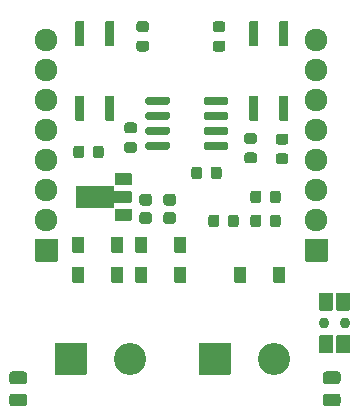
<source format=gts>
G04 #@! TF.GenerationSoftware,KiCad,Pcbnew,(5.1.9)-1*
G04 #@! TF.CreationDate,2021-07-08T21:32:50+02:00*
G04 #@! TF.ProjectId,OpenThermMonitorTwomes,4f70656e-5468-4657-926d-4d6f6e69746f,rev?*
G04 #@! TF.SameCoordinates,Original*
G04 #@! TF.FileFunction,Soldermask,Top*
G04 #@! TF.FilePolarity,Negative*
%FSLAX46Y46*%
G04 Gerber Fmt 4.6, Leading zero omitted, Abs format (unit mm)*
G04 Created by KiCad (PCBNEW (5.1.9)-1) date 2021-07-08 21:32:50*
%MOMM*%
%LPD*%
G01*
G04 APERTURE LIST*
%ADD10C,0.920000*%
%ADD11C,2.720000*%
%ADD12O,1.920000X1.920000*%
%ADD13C,0.100000*%
G04 APERTURE END LIST*
G36*
G01*
X151697000Y-108688000D02*
X150647000Y-108688000D01*
G75*
G02*
X150587000Y-108628000I0J60000D01*
G01*
X150587000Y-107228000D01*
G75*
G02*
X150647000Y-107168000I60000J0D01*
G01*
X151697000Y-107168000D01*
G75*
G02*
X151757000Y-107228000I0J-60000D01*
G01*
X151757000Y-108628000D01*
G75*
G02*
X151697000Y-108688000I-60000J0D01*
G01*
G37*
G36*
G01*
X151697000Y-112288000D02*
X150647000Y-112288000D01*
G75*
G02*
X150587000Y-112228000I0J60000D01*
G01*
X150587000Y-110828000D01*
G75*
G02*
X150647000Y-110768000I60000J0D01*
G01*
X151697000Y-110768000D01*
G75*
G02*
X151757000Y-110828000I0J-60000D01*
G01*
X151757000Y-112228000D01*
G75*
G02*
X151697000Y-112288000I-60000J0D01*
G01*
G37*
G36*
G01*
X153137000Y-108688000D02*
X152087000Y-108688000D01*
G75*
G02*
X152027000Y-108628000I0J60000D01*
G01*
X152027000Y-107228000D01*
G75*
G02*
X152087000Y-107168000I60000J0D01*
G01*
X153137000Y-107168000D01*
G75*
G02*
X153197000Y-107228000I0J-60000D01*
G01*
X153197000Y-108628000D01*
G75*
G02*
X153137000Y-108688000I-60000J0D01*
G01*
G37*
G36*
G01*
X153137000Y-112288000D02*
X152087000Y-112288000D01*
G75*
G02*
X152027000Y-112228000I0J60000D01*
G01*
X152027000Y-110828000D01*
G75*
G02*
X152087000Y-110768000I60000J0D01*
G01*
X153137000Y-110768000D01*
G75*
G02*
X153197000Y-110828000I0J-60000D01*
G01*
X153197000Y-112228000D01*
G75*
G02*
X153137000Y-112288000I-60000J0D01*
G01*
G37*
D10*
X150992000Y-109728000D03*
X152792000Y-109728000D03*
G36*
G01*
X140372000Y-114076000D02*
X140372000Y-111476000D01*
G75*
G02*
X140432000Y-111416000I60000J0D01*
G01*
X143032000Y-111416000D01*
G75*
G02*
X143092000Y-111476000I0J-60000D01*
G01*
X143092000Y-114076000D01*
G75*
G02*
X143032000Y-114136000I-60000J0D01*
G01*
X140432000Y-114136000D01*
G75*
G02*
X140372000Y-114076000I0J60000D01*
G01*
G37*
D11*
X146732000Y-112776000D03*
X134540000Y-112776000D03*
G36*
G01*
X128180000Y-114076000D02*
X128180000Y-111476000D01*
G75*
G02*
X128240000Y-111416000I60000J0D01*
G01*
X130840000Y-111416000D01*
G75*
G02*
X130900000Y-111476000I0J-60000D01*
G01*
X130900000Y-114076000D01*
G75*
G02*
X130840000Y-114136000I-60000J0D01*
G01*
X128240000Y-114136000D01*
G75*
G02*
X128180000Y-114076000I0J60000D01*
G01*
G37*
G36*
G01*
X138300000Y-103724000D02*
X138300000Y-102524000D01*
G75*
G02*
X138360000Y-102464000I60000J0D01*
G01*
X139260000Y-102464000D01*
G75*
G02*
X139320000Y-102524000I0J-60000D01*
G01*
X139320000Y-103724000D01*
G75*
G02*
X139260000Y-103784000I-60000J0D01*
G01*
X138360000Y-103784000D01*
G75*
G02*
X138300000Y-103724000I0J60000D01*
G01*
G37*
G36*
G01*
X135000000Y-103724000D02*
X135000000Y-102524000D01*
G75*
G02*
X135060000Y-102464000I60000J0D01*
G01*
X135960000Y-102464000D01*
G75*
G02*
X136020000Y-102524000I0J-60000D01*
G01*
X136020000Y-103724000D01*
G75*
G02*
X135960000Y-103784000I-60000J0D01*
G01*
X135060000Y-103784000D01*
G75*
G02*
X135000000Y-103724000I0J60000D01*
G01*
G37*
G36*
G01*
X132966000Y-103724000D02*
X132966000Y-102524000D01*
G75*
G02*
X133026000Y-102464000I60000J0D01*
G01*
X133926000Y-102464000D01*
G75*
G02*
X133986000Y-102524000I0J-60000D01*
G01*
X133986000Y-103724000D01*
G75*
G02*
X133926000Y-103784000I-60000J0D01*
G01*
X133026000Y-103784000D01*
G75*
G02*
X132966000Y-103724000I0J60000D01*
G01*
G37*
G36*
G01*
X129666000Y-103724000D02*
X129666000Y-102524000D01*
G75*
G02*
X129726000Y-102464000I60000J0D01*
G01*
X130626000Y-102464000D01*
G75*
G02*
X130686000Y-102524000I0J-60000D01*
G01*
X130686000Y-103724000D01*
G75*
G02*
X130626000Y-103784000I-60000J0D01*
G01*
X129726000Y-103784000D01*
G75*
G02*
X129666000Y-103724000I0J60000D01*
G01*
G37*
G36*
G01*
X146682000Y-106264000D02*
X146682000Y-105064000D01*
G75*
G02*
X146742000Y-105004000I60000J0D01*
G01*
X147642000Y-105004000D01*
G75*
G02*
X147702000Y-105064000I0J-60000D01*
G01*
X147702000Y-106264000D01*
G75*
G02*
X147642000Y-106324000I-60000J0D01*
G01*
X146742000Y-106324000D01*
G75*
G02*
X146682000Y-106264000I0J60000D01*
G01*
G37*
G36*
G01*
X143382000Y-106264000D02*
X143382000Y-105064000D01*
G75*
G02*
X143442000Y-105004000I60000J0D01*
G01*
X144342000Y-105004000D01*
G75*
G02*
X144402000Y-105064000I0J-60000D01*
G01*
X144402000Y-106264000D01*
G75*
G02*
X144342000Y-106324000I-60000J0D01*
G01*
X143442000Y-106324000D01*
G75*
G02*
X143382000Y-106264000I0J60000D01*
G01*
G37*
G36*
G01*
X138300000Y-106264000D02*
X138300000Y-105064000D01*
G75*
G02*
X138360000Y-105004000I60000J0D01*
G01*
X139260000Y-105004000D01*
G75*
G02*
X139320000Y-105064000I0J-60000D01*
G01*
X139320000Y-106264000D01*
G75*
G02*
X139260000Y-106324000I-60000J0D01*
G01*
X138360000Y-106324000D01*
G75*
G02*
X138300000Y-106264000I0J60000D01*
G01*
G37*
G36*
G01*
X135000000Y-106264000D02*
X135000000Y-105064000D01*
G75*
G02*
X135060000Y-105004000I60000J0D01*
G01*
X135960000Y-105004000D01*
G75*
G02*
X136020000Y-105064000I0J-60000D01*
G01*
X136020000Y-106264000D01*
G75*
G02*
X135960000Y-106324000I-60000J0D01*
G01*
X135060000Y-106324000D01*
G75*
G02*
X135000000Y-106264000I0J60000D01*
G01*
G37*
G36*
G01*
X132966000Y-106264000D02*
X132966000Y-105064000D01*
G75*
G02*
X133026000Y-105004000I60000J0D01*
G01*
X133926000Y-105004000D01*
G75*
G02*
X133986000Y-105064000I0J-60000D01*
G01*
X133986000Y-106264000D01*
G75*
G02*
X133926000Y-106324000I-60000J0D01*
G01*
X133026000Y-106324000D01*
G75*
G02*
X132966000Y-106264000I0J60000D01*
G01*
G37*
G36*
G01*
X129666000Y-106264000D02*
X129666000Y-105064000D01*
G75*
G02*
X129726000Y-105004000I60000J0D01*
G01*
X130626000Y-105004000D01*
G75*
G02*
X130686000Y-105064000I0J-60000D01*
G01*
X130686000Y-106264000D01*
G75*
G02*
X130626000Y-106324000I-60000J0D01*
G01*
X129726000Y-106324000D01*
G75*
G02*
X129666000Y-106264000I0J60000D01*
G01*
G37*
G36*
G01*
X128450000Y-102669000D02*
X128450000Y-104469000D01*
G75*
G02*
X128390000Y-104529000I-60000J0D01*
G01*
X126590000Y-104529000D01*
G75*
G02*
X126530000Y-104469000I0J60000D01*
G01*
X126530000Y-102669000D01*
G75*
G02*
X126590000Y-102609000I60000J0D01*
G01*
X128390000Y-102609000D01*
G75*
G02*
X128450000Y-102669000I0J-60000D01*
G01*
G37*
D12*
X127490000Y-101029000D03*
X127490000Y-98489000D03*
X127490000Y-95949000D03*
X127490000Y-93409000D03*
X127490000Y-90869000D03*
X127490000Y-88329000D03*
X127490000Y-85789000D03*
G36*
G01*
X147254000Y-84182000D02*
X147894000Y-84182000D01*
G75*
G02*
X147954000Y-84242000I0J-60000D01*
G01*
X147954000Y-86242000D01*
G75*
G02*
X147894000Y-86302000I-60000J0D01*
G01*
X147254000Y-86302000D01*
G75*
G02*
X147194000Y-86242000I0J60000D01*
G01*
X147194000Y-84242000D01*
G75*
G02*
X147254000Y-84182000I60000J0D01*
G01*
G37*
G36*
G01*
X144714000Y-84182000D02*
X145354000Y-84182000D01*
G75*
G02*
X145414000Y-84242000I0J-60000D01*
G01*
X145414000Y-86242000D01*
G75*
G02*
X145354000Y-86302000I-60000J0D01*
G01*
X144714000Y-86302000D01*
G75*
G02*
X144654000Y-86242000I0J60000D01*
G01*
X144654000Y-84242000D01*
G75*
G02*
X144714000Y-84182000I60000J0D01*
G01*
G37*
G36*
G01*
X144714000Y-90482000D02*
X145354000Y-90482000D01*
G75*
G02*
X145414000Y-90542000I0J-60000D01*
G01*
X145414000Y-92542000D01*
G75*
G02*
X145354000Y-92602000I-60000J0D01*
G01*
X144714000Y-92602000D01*
G75*
G02*
X144654000Y-92542000I0J60000D01*
G01*
X144654000Y-90542000D01*
G75*
G02*
X144714000Y-90482000I60000J0D01*
G01*
G37*
G36*
G01*
X147254000Y-90482000D02*
X147894000Y-90482000D01*
G75*
G02*
X147954000Y-90542000I0J-60000D01*
G01*
X147954000Y-92542000D01*
G75*
G02*
X147894000Y-92602000I-60000J0D01*
G01*
X147254000Y-92602000D01*
G75*
G02*
X147194000Y-92542000I0J60000D01*
G01*
X147194000Y-90542000D01*
G75*
G02*
X147254000Y-90482000I60000J0D01*
G01*
G37*
G36*
G01*
X132522000Y-90482000D02*
X133162000Y-90482000D01*
G75*
G02*
X133222000Y-90542000I0J-60000D01*
G01*
X133222000Y-92542000D01*
G75*
G02*
X133162000Y-92602000I-60000J0D01*
G01*
X132522000Y-92602000D01*
G75*
G02*
X132462000Y-92542000I0J60000D01*
G01*
X132462000Y-90542000D01*
G75*
G02*
X132522000Y-90482000I60000J0D01*
G01*
G37*
G36*
G01*
X129982000Y-90482000D02*
X130622000Y-90482000D01*
G75*
G02*
X130682000Y-90542000I0J-60000D01*
G01*
X130682000Y-92542000D01*
G75*
G02*
X130622000Y-92602000I-60000J0D01*
G01*
X129982000Y-92602000D01*
G75*
G02*
X129922000Y-92542000I0J60000D01*
G01*
X129922000Y-90542000D01*
G75*
G02*
X129982000Y-90482000I60000J0D01*
G01*
G37*
G36*
G01*
X129982000Y-84182000D02*
X130622000Y-84182000D01*
G75*
G02*
X130682000Y-84242000I0J-60000D01*
G01*
X130682000Y-86242000D01*
G75*
G02*
X130622000Y-86302000I-60000J0D01*
G01*
X129982000Y-86302000D01*
G75*
G02*
X129922000Y-86242000I0J60000D01*
G01*
X129922000Y-84242000D01*
G75*
G02*
X129982000Y-84182000I60000J0D01*
G01*
G37*
G36*
G01*
X132522000Y-84182000D02*
X133162000Y-84182000D01*
G75*
G02*
X133222000Y-84242000I0J-60000D01*
G01*
X133222000Y-86242000D01*
G75*
G02*
X133162000Y-86302000I-60000J0D01*
G01*
X132522000Y-86302000D01*
G75*
G02*
X132462000Y-86242000I0J60000D01*
G01*
X132462000Y-84242000D01*
G75*
G02*
X132522000Y-84182000I60000J0D01*
G01*
G37*
G36*
G01*
X140821000Y-91112000D02*
X140821000Y-90752000D01*
G75*
G02*
X141001000Y-90572000I180000J0D01*
G01*
X142711000Y-90572000D01*
G75*
G02*
X142891000Y-90752000I0J-180000D01*
G01*
X142891000Y-91112000D01*
G75*
G02*
X142711000Y-91292000I-180000J0D01*
G01*
X141001000Y-91292000D01*
G75*
G02*
X140821000Y-91112000I0J180000D01*
G01*
G37*
G36*
G01*
X140821000Y-92382000D02*
X140821000Y-92022000D01*
G75*
G02*
X141001000Y-91842000I180000J0D01*
G01*
X142711000Y-91842000D01*
G75*
G02*
X142891000Y-92022000I0J-180000D01*
G01*
X142891000Y-92382000D01*
G75*
G02*
X142711000Y-92562000I-180000J0D01*
G01*
X141001000Y-92562000D01*
G75*
G02*
X140821000Y-92382000I0J180000D01*
G01*
G37*
G36*
G01*
X140821000Y-93652000D02*
X140821000Y-93292000D01*
G75*
G02*
X141001000Y-93112000I180000J0D01*
G01*
X142711000Y-93112000D01*
G75*
G02*
X142891000Y-93292000I0J-180000D01*
G01*
X142891000Y-93652000D01*
G75*
G02*
X142711000Y-93832000I-180000J0D01*
G01*
X141001000Y-93832000D01*
G75*
G02*
X140821000Y-93652000I0J180000D01*
G01*
G37*
G36*
G01*
X140821000Y-94922000D02*
X140821000Y-94562000D01*
G75*
G02*
X141001000Y-94382000I180000J0D01*
G01*
X142711000Y-94382000D01*
G75*
G02*
X142891000Y-94562000I0J-180000D01*
G01*
X142891000Y-94922000D01*
G75*
G02*
X142711000Y-95102000I-180000J0D01*
G01*
X141001000Y-95102000D01*
G75*
G02*
X140821000Y-94922000I0J180000D01*
G01*
G37*
G36*
G01*
X135871000Y-94922000D02*
X135871000Y-94562000D01*
G75*
G02*
X136051000Y-94382000I180000J0D01*
G01*
X137761000Y-94382000D01*
G75*
G02*
X137941000Y-94562000I0J-180000D01*
G01*
X137941000Y-94922000D01*
G75*
G02*
X137761000Y-95102000I-180000J0D01*
G01*
X136051000Y-95102000D01*
G75*
G02*
X135871000Y-94922000I0J180000D01*
G01*
G37*
G36*
G01*
X135871000Y-93652000D02*
X135871000Y-93292000D01*
G75*
G02*
X136051000Y-93112000I180000J0D01*
G01*
X137761000Y-93112000D01*
G75*
G02*
X137941000Y-93292000I0J-180000D01*
G01*
X137941000Y-93652000D01*
G75*
G02*
X137761000Y-93832000I-180000J0D01*
G01*
X136051000Y-93832000D01*
G75*
G02*
X135871000Y-93652000I0J180000D01*
G01*
G37*
G36*
G01*
X135871000Y-92382000D02*
X135871000Y-92022000D01*
G75*
G02*
X136051000Y-91842000I180000J0D01*
G01*
X137761000Y-91842000D01*
G75*
G02*
X137941000Y-92022000I0J-180000D01*
G01*
X137941000Y-92382000D01*
G75*
G02*
X137761000Y-92562000I-180000J0D01*
G01*
X136051000Y-92562000D01*
G75*
G02*
X135871000Y-92382000I0J180000D01*
G01*
G37*
G36*
G01*
X135871000Y-91112000D02*
X135871000Y-90752000D01*
G75*
G02*
X136051000Y-90572000I180000J0D01*
G01*
X137761000Y-90572000D01*
G75*
G02*
X137941000Y-90752000I0J-180000D01*
G01*
X137941000Y-91112000D01*
G75*
G02*
X137761000Y-91292000I-180000J0D01*
G01*
X136051000Y-91292000D01*
G75*
G02*
X135871000Y-91112000I0J180000D01*
G01*
G37*
D13*
G36*
X130022295Y-99985347D02*
G01*
X130011039Y-99981933D01*
X130000666Y-99976388D01*
X129991574Y-99968926D01*
X129984112Y-99959834D01*
X129978567Y-99949461D01*
X129975153Y-99938205D01*
X129974000Y-99926500D01*
X129974000Y-98193500D01*
X129975153Y-98181795D01*
X129978567Y-98170539D01*
X129984112Y-98160166D01*
X129991574Y-98151074D01*
X130000666Y-98143612D01*
X130011039Y-98138067D01*
X130022295Y-98134653D01*
X130034000Y-98133500D01*
X133159000Y-98133500D01*
X133170705Y-98134653D01*
X133181961Y-98138067D01*
X133192334Y-98143612D01*
X133201426Y-98151074D01*
X133208888Y-98160166D01*
X133214433Y-98170539D01*
X133217847Y-98181795D01*
X133219000Y-98193500D01*
X133219000Y-98550000D01*
X134634000Y-98550000D01*
X134645705Y-98551153D01*
X134656961Y-98554567D01*
X134667334Y-98560112D01*
X134676426Y-98567574D01*
X134683888Y-98576666D01*
X134689433Y-98587039D01*
X134692847Y-98598295D01*
X134694000Y-98610000D01*
X134694000Y-99510000D01*
X134692847Y-99521705D01*
X134689433Y-99532961D01*
X134683888Y-99543334D01*
X134676426Y-99552426D01*
X134667334Y-99559888D01*
X134656961Y-99565433D01*
X134645705Y-99568847D01*
X134634000Y-99570000D01*
X133219000Y-99570000D01*
X133219000Y-99926500D01*
X133217847Y-99938205D01*
X133214433Y-99949461D01*
X133208888Y-99959834D01*
X133201426Y-99968926D01*
X133192334Y-99976388D01*
X133181961Y-99981933D01*
X133170705Y-99985347D01*
X133159000Y-99986500D01*
X130034000Y-99986500D01*
X130022295Y-99985347D01*
G37*
G36*
G01*
X134694000Y-97110000D02*
X134694000Y-98010000D01*
G75*
G02*
X134634000Y-98070000I-60000J0D01*
G01*
X133334000Y-98070000D01*
G75*
G02*
X133274000Y-98010000I0J60000D01*
G01*
X133274000Y-97110000D01*
G75*
G02*
X133334000Y-97050000I60000J0D01*
G01*
X134634000Y-97050000D01*
G75*
G02*
X134694000Y-97110000I0J-60000D01*
G01*
G37*
G36*
G01*
X134694000Y-100110000D02*
X134694000Y-101010000D01*
G75*
G02*
X134634000Y-101070000I-60000J0D01*
G01*
X133334000Y-101070000D01*
G75*
G02*
X133274000Y-101010000I0J60000D01*
G01*
X133274000Y-100110000D01*
G75*
G02*
X133334000Y-100050000I60000J0D01*
G01*
X134634000Y-100050000D01*
G75*
G02*
X134694000Y-100110000I0J-60000D01*
G01*
G37*
G36*
G01*
X131429000Y-95555000D02*
X131429000Y-94945000D01*
G75*
G02*
X131659000Y-94715000I230000J0D01*
G01*
X132119000Y-94715000D01*
G75*
G02*
X132349000Y-94945000I0J-230000D01*
G01*
X132349000Y-95555000D01*
G75*
G02*
X132119000Y-95785000I-230000J0D01*
G01*
X131659000Y-95785000D01*
G75*
G02*
X131429000Y-95555000I0J230000D01*
G01*
G37*
G36*
G01*
X129779000Y-95555000D02*
X129779000Y-94945000D01*
G75*
G02*
X130009000Y-94715000I230000J0D01*
G01*
X130469000Y-94715000D01*
G75*
G02*
X130699000Y-94945000I0J-230000D01*
G01*
X130699000Y-95555000D01*
G75*
G02*
X130469000Y-95785000I-230000J0D01*
G01*
X130009000Y-95785000D01*
G75*
G02*
X129779000Y-95555000I0J230000D01*
G01*
G37*
G36*
G01*
X147142000Y-95361000D02*
X147752000Y-95361000D01*
G75*
G02*
X147982000Y-95591000I0J-230000D01*
G01*
X147982000Y-96051000D01*
G75*
G02*
X147752000Y-96281000I-230000J0D01*
G01*
X147142000Y-96281000D01*
G75*
G02*
X146912000Y-96051000I0J230000D01*
G01*
X146912000Y-95591000D01*
G75*
G02*
X147142000Y-95361000I230000J0D01*
G01*
G37*
G36*
G01*
X147142000Y-93711000D02*
X147752000Y-93711000D01*
G75*
G02*
X147982000Y-93941000I0J-230000D01*
G01*
X147982000Y-94401000D01*
G75*
G02*
X147752000Y-94631000I-230000J0D01*
G01*
X147142000Y-94631000D01*
G75*
G02*
X146912000Y-94401000I0J230000D01*
G01*
X146912000Y-93941000D01*
G75*
G02*
X147142000Y-93711000I230000J0D01*
G01*
G37*
G36*
G01*
X142418000Y-85106000D02*
X141808000Y-85106000D01*
G75*
G02*
X141578000Y-84876000I0J230000D01*
G01*
X141578000Y-84416000D01*
G75*
G02*
X141808000Y-84186000I230000J0D01*
G01*
X142418000Y-84186000D01*
G75*
G02*
X142648000Y-84416000I0J-230000D01*
G01*
X142648000Y-84876000D01*
G75*
G02*
X142418000Y-85106000I-230000J0D01*
G01*
G37*
G36*
G01*
X142418000Y-86756000D02*
X141808000Y-86756000D01*
G75*
G02*
X141578000Y-86526000I0J230000D01*
G01*
X141578000Y-86066000D01*
G75*
G02*
X141808000Y-85836000I230000J0D01*
G01*
X142418000Y-85836000D01*
G75*
G02*
X142648000Y-86066000I0J-230000D01*
G01*
X142648000Y-86526000D01*
G75*
G02*
X142418000Y-86756000I-230000J0D01*
G01*
G37*
G36*
G01*
X135941000Y-85106000D02*
X135331000Y-85106000D01*
G75*
G02*
X135101000Y-84876000I0J230000D01*
G01*
X135101000Y-84416000D01*
G75*
G02*
X135331000Y-84186000I230000J0D01*
G01*
X135941000Y-84186000D01*
G75*
G02*
X136171000Y-84416000I0J-230000D01*
G01*
X136171000Y-84876000D01*
G75*
G02*
X135941000Y-85106000I-230000J0D01*
G01*
G37*
G36*
G01*
X135941000Y-86756000D02*
X135331000Y-86756000D01*
G75*
G02*
X135101000Y-86526000I0J230000D01*
G01*
X135101000Y-86066000D01*
G75*
G02*
X135331000Y-85836000I230000J0D01*
G01*
X135941000Y-85836000D01*
G75*
G02*
X136171000Y-86066000I0J-230000D01*
G01*
X136171000Y-86526000D01*
G75*
G02*
X135941000Y-86756000I-230000J0D01*
G01*
G37*
G36*
G01*
X140668000Y-96723000D02*
X140668000Y-97333000D01*
G75*
G02*
X140438000Y-97563000I-230000J0D01*
G01*
X139978000Y-97563000D01*
G75*
G02*
X139748000Y-97333000I0J230000D01*
G01*
X139748000Y-96723000D01*
G75*
G02*
X139978000Y-96493000I230000J0D01*
G01*
X140438000Y-96493000D01*
G75*
G02*
X140668000Y-96723000I0J-230000D01*
G01*
G37*
G36*
G01*
X142318000Y-96723000D02*
X142318000Y-97333000D01*
G75*
G02*
X142088000Y-97563000I-230000J0D01*
G01*
X141628000Y-97563000D01*
G75*
G02*
X141398000Y-97333000I0J230000D01*
G01*
X141398000Y-96723000D01*
G75*
G02*
X141628000Y-96493000I230000J0D01*
G01*
X142088000Y-96493000D01*
G75*
G02*
X142318000Y-96723000I0J-230000D01*
G01*
G37*
G36*
G01*
X144475000Y-95298000D02*
X145085000Y-95298000D01*
G75*
G02*
X145315000Y-95528000I0J-230000D01*
G01*
X145315000Y-95988000D01*
G75*
G02*
X145085000Y-96218000I-230000J0D01*
G01*
X144475000Y-96218000D01*
G75*
G02*
X144245000Y-95988000I0J230000D01*
G01*
X144245000Y-95528000D01*
G75*
G02*
X144475000Y-95298000I230000J0D01*
G01*
G37*
G36*
G01*
X144475000Y-93648000D02*
X145085000Y-93648000D01*
G75*
G02*
X145315000Y-93878000I0J-230000D01*
G01*
X145315000Y-94338000D01*
G75*
G02*
X145085000Y-94568000I-230000J0D01*
G01*
X144475000Y-94568000D01*
G75*
G02*
X144245000Y-94338000I0J230000D01*
G01*
X144245000Y-93878000D01*
G75*
G02*
X144475000Y-93648000I230000J0D01*
G01*
G37*
G36*
G01*
X134315000Y-94408000D02*
X134925000Y-94408000D01*
G75*
G02*
X135155000Y-94638000I0J-230000D01*
G01*
X135155000Y-95098000D01*
G75*
G02*
X134925000Y-95328000I-230000J0D01*
G01*
X134315000Y-95328000D01*
G75*
G02*
X134085000Y-95098000I0J230000D01*
G01*
X134085000Y-94638000D01*
G75*
G02*
X134315000Y-94408000I230000J0D01*
G01*
G37*
G36*
G01*
X134315000Y-92758000D02*
X134925000Y-92758000D01*
G75*
G02*
X135155000Y-92988000I0J-230000D01*
G01*
X135155000Y-93448000D01*
G75*
G02*
X134925000Y-93678000I-230000J0D01*
G01*
X134315000Y-93678000D01*
G75*
G02*
X134085000Y-93448000I0J230000D01*
G01*
X134085000Y-92988000D01*
G75*
G02*
X134315000Y-92758000I230000J0D01*
G01*
G37*
G36*
G01*
X145685000Y-100787000D02*
X145685000Y-101397000D01*
G75*
G02*
X145455000Y-101627000I-230000J0D01*
G01*
X144995000Y-101627000D01*
G75*
G02*
X144765000Y-101397000I0J230000D01*
G01*
X144765000Y-100787000D01*
G75*
G02*
X144995000Y-100557000I230000J0D01*
G01*
X145455000Y-100557000D01*
G75*
G02*
X145685000Y-100787000I0J-230000D01*
G01*
G37*
G36*
G01*
X147335000Y-100787000D02*
X147335000Y-101397000D01*
G75*
G02*
X147105000Y-101627000I-230000J0D01*
G01*
X146645000Y-101627000D01*
G75*
G02*
X146415000Y-101397000I0J230000D01*
G01*
X146415000Y-100787000D01*
G75*
G02*
X146645000Y-100557000I230000J0D01*
G01*
X147105000Y-100557000D01*
G75*
G02*
X147335000Y-100787000I0J-230000D01*
G01*
G37*
G36*
G01*
X146415000Y-99365000D02*
X146415000Y-98755000D01*
G75*
G02*
X146645000Y-98525000I230000J0D01*
G01*
X147105000Y-98525000D01*
G75*
G02*
X147335000Y-98755000I0J-230000D01*
G01*
X147335000Y-99365000D01*
G75*
G02*
X147105000Y-99595000I-230000J0D01*
G01*
X146645000Y-99595000D01*
G75*
G02*
X146415000Y-99365000I0J230000D01*
G01*
G37*
G36*
G01*
X144765000Y-99365000D02*
X144765000Y-98755000D01*
G75*
G02*
X144995000Y-98525000I230000J0D01*
G01*
X145455000Y-98525000D01*
G75*
G02*
X145685000Y-98755000I0J-230000D01*
G01*
X145685000Y-99365000D01*
G75*
G02*
X145455000Y-99595000I-230000J0D01*
G01*
X144995000Y-99595000D01*
G75*
G02*
X144765000Y-99365000I0J230000D01*
G01*
G37*
G36*
G01*
X142859000Y-101397000D02*
X142859000Y-100787000D01*
G75*
G02*
X143089000Y-100557000I230000J0D01*
G01*
X143549000Y-100557000D01*
G75*
G02*
X143779000Y-100787000I0J-230000D01*
G01*
X143779000Y-101397000D01*
G75*
G02*
X143549000Y-101627000I-230000J0D01*
G01*
X143089000Y-101627000D01*
G75*
G02*
X142859000Y-101397000I0J230000D01*
G01*
G37*
G36*
G01*
X141209000Y-101397000D02*
X141209000Y-100787000D01*
G75*
G02*
X141439000Y-100557000I230000J0D01*
G01*
X141899000Y-100557000D01*
G75*
G02*
X142129000Y-100787000I0J-230000D01*
G01*
X142129000Y-101397000D01*
G75*
G02*
X141899000Y-101627000I-230000J0D01*
G01*
X141439000Y-101627000D01*
G75*
G02*
X141209000Y-101397000I0J230000D01*
G01*
G37*
G36*
G01*
X124608750Y-115706000D02*
X125581250Y-115706000D01*
G75*
G02*
X125855000Y-115979750I0J-273750D01*
G01*
X125855000Y-116527250D01*
G75*
G02*
X125581250Y-116801000I-273750J0D01*
G01*
X124608750Y-116801000D01*
G75*
G02*
X124335000Y-116527250I0J273750D01*
G01*
X124335000Y-115979750D01*
G75*
G02*
X124608750Y-115706000I273750J0D01*
G01*
G37*
G36*
G01*
X124608750Y-113831000D02*
X125581250Y-113831000D01*
G75*
G02*
X125855000Y-114104750I0J-273750D01*
G01*
X125855000Y-114652250D01*
G75*
G02*
X125581250Y-114926000I-273750J0D01*
G01*
X124608750Y-114926000D01*
G75*
G02*
X124335000Y-114652250I0J273750D01*
G01*
X124335000Y-114104750D01*
G75*
G02*
X124608750Y-113831000I273750J0D01*
G01*
G37*
G36*
G01*
X151151750Y-115706000D02*
X152124250Y-115706000D01*
G75*
G02*
X152398000Y-115979750I0J-273750D01*
G01*
X152398000Y-116527250D01*
G75*
G02*
X152124250Y-116801000I-273750J0D01*
G01*
X151151750Y-116801000D01*
G75*
G02*
X150878000Y-116527250I0J273750D01*
G01*
X150878000Y-115979750D01*
G75*
G02*
X151151750Y-115706000I273750J0D01*
G01*
G37*
G36*
G01*
X151151750Y-113831000D02*
X152124250Y-113831000D01*
G75*
G02*
X152398000Y-114104750I0J-273750D01*
G01*
X152398000Y-114652250D01*
G75*
G02*
X152124250Y-114926000I-273750J0D01*
G01*
X151151750Y-114926000D01*
G75*
G02*
X150878000Y-114652250I0J273750D01*
G01*
X150878000Y-114104750D01*
G75*
G02*
X151151750Y-113831000I273750J0D01*
G01*
G37*
G36*
G01*
X137642000Y-100341000D02*
X138202000Y-100341000D01*
G75*
G02*
X138457000Y-100596000I0J-255000D01*
G01*
X138457000Y-101106000D01*
G75*
G02*
X138202000Y-101361000I-255000J0D01*
G01*
X137642000Y-101361000D01*
G75*
G02*
X137387000Y-101106000I0J255000D01*
G01*
X137387000Y-100596000D01*
G75*
G02*
X137642000Y-100341000I255000J0D01*
G01*
G37*
G36*
G01*
X137642000Y-98791000D02*
X138202000Y-98791000D01*
G75*
G02*
X138457000Y-99046000I0J-255000D01*
G01*
X138457000Y-99556000D01*
G75*
G02*
X138202000Y-99811000I-255000J0D01*
G01*
X137642000Y-99811000D01*
G75*
G02*
X137387000Y-99556000I0J255000D01*
G01*
X137387000Y-99046000D01*
G75*
G02*
X137642000Y-98791000I255000J0D01*
G01*
G37*
G36*
G01*
X135610000Y-100341000D02*
X136170000Y-100341000D01*
G75*
G02*
X136425000Y-100596000I0J-255000D01*
G01*
X136425000Y-101106000D01*
G75*
G02*
X136170000Y-101361000I-255000J0D01*
G01*
X135610000Y-101361000D01*
G75*
G02*
X135355000Y-101106000I0J255000D01*
G01*
X135355000Y-100596000D01*
G75*
G02*
X135610000Y-100341000I255000J0D01*
G01*
G37*
G36*
G01*
X135610000Y-98791000D02*
X136170000Y-98791000D01*
G75*
G02*
X136425000Y-99046000I0J-255000D01*
G01*
X136425000Y-99556000D01*
G75*
G02*
X136170000Y-99811000I-255000J0D01*
G01*
X135610000Y-99811000D01*
G75*
G02*
X135355000Y-99556000I0J255000D01*
G01*
X135355000Y-99046000D01*
G75*
G02*
X135610000Y-98791000I255000J0D01*
G01*
G37*
G36*
G01*
X151310000Y-102669000D02*
X151310000Y-104469000D01*
G75*
G02*
X151250000Y-104529000I-60000J0D01*
G01*
X149450000Y-104529000D01*
G75*
G02*
X149390000Y-104469000I0J60000D01*
G01*
X149390000Y-102669000D01*
G75*
G02*
X149450000Y-102609000I60000J0D01*
G01*
X151250000Y-102609000D01*
G75*
G02*
X151310000Y-102669000I0J-60000D01*
G01*
G37*
D12*
X150350000Y-101029000D03*
X150350000Y-98489000D03*
X150350000Y-95949000D03*
X150350000Y-93409000D03*
X150350000Y-90869000D03*
X150350000Y-88329000D03*
X150350000Y-85789000D03*
M02*

</source>
